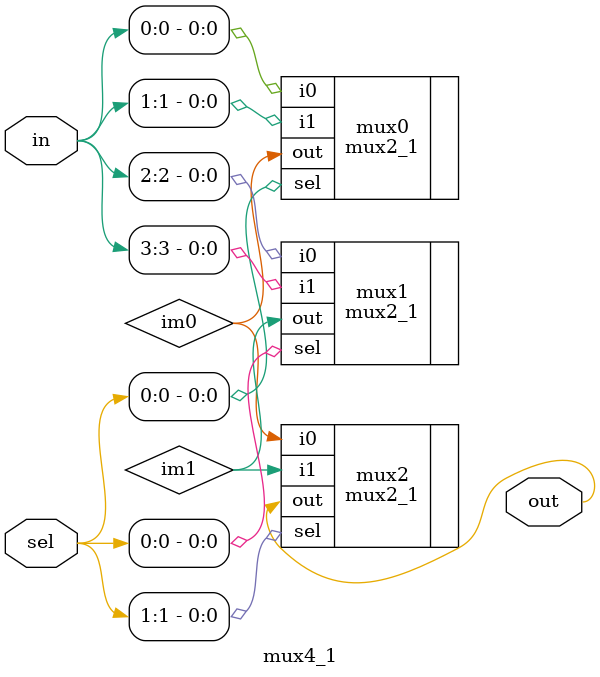
<source format=sv>
module mux4_1(out, in, sel);


	input logic [3:0] in;
	
	input logic [1:0] sel;
	
	output logic out;
	
	wire im0, im1;
	
	mux2_1 mux0(.out(im0), .i0(in[0]), .i1(in[1]), .sel(sel[0]));
	mux2_1 mux1(.out(im1), .i0(in[2]), .i1(in[3]), .sel(sel[0]));
	
	mux2_1 mux2(.out(out), .i0(im0), .i1(im1), .sel(sel[1]));

endmodule

</source>
